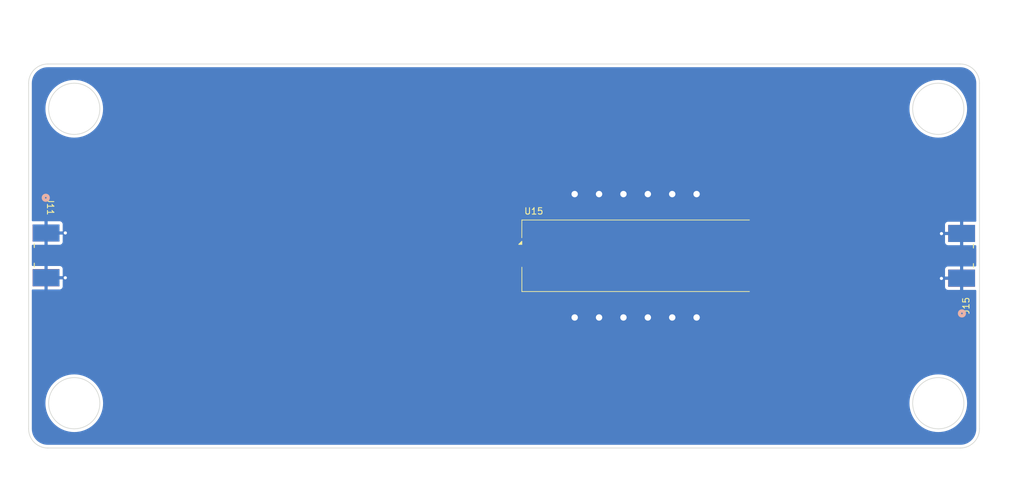
<source format=kicad_pcb>
(kicad_pcb (version 20240108) (generator "pcbnew") (generator_version "8.0")
  (title_block (title "RCA Telescope PCBs") (date "2025-03-30"))
  (layers (0 "F.Cu" signal) (31 "B.Cu" signal) (34 "B.Paste" user) (35 "F.Paste" user) (36 "B.SilkS" user "B.Silkscreen") (37 "F.SilkS" user "F.Silkscreen") (38 "B.Mask" user) (39 "F.Mask" user) (44 "Edge.Cuts" user))
  (net 0 "")
  (net 1 "/SMDFilter/SIGNAL_IN")
  (net 2 "/SMDFilter/SIGNAL_OUT")
  (net 3 "/SMDFilter/GND")
  (footprint "Library:CONN_142-0711-821_CIN" (layer "F.Cu") (at 201.542 77.67536 90)
    (property "Reference" "J15" (at -7.8 5.653 90) (layer "F.SilkS"))
    (property "Value" "ANT")
    (fp_circle (center -9 5) (end -8.619 5) (stroke (width 0.508)) (fill none) (layer "B.SilkS"))
    (fp_line (start 1.22174 6.7945) (end 1.82626 6.7945) (stroke (width 0.1524)) (layer "F.SilkS"))
    (fp_line (start -1.82626 6.7945) (end -1.22174 6.7945) (stroke (width 0.1524)) (layer "F.SilkS"))
    (pad "1" smd rect (at 0 4.953 90) (size 1.778 4.191) (layers "F.Cu" "F.Paste" "F.Mask") (net 2 "/SMDFilter/SIGNAL_OUT"))
    (pad "3" smd rect (at -3.4925 4.953 90) (size 2.667 4.191) (layers "F.Cu" "F.Paste" "F.Mask") (net 3 "/SMDFilter/GND"))
    (pad "4" smd rect (at -3.4925 4.953 90) (size 2.667 4.191) (layers "B.Cu" "B.Paste" "B.Mask") (net 3 "/SMDFilter/GND"))
    (pad "5" smd rect (at 3.4925 4.953 90) (size 2.667 4.191) (layers "F.Cu" "F.Paste" "F.Mask") (net 3 "/SMDFilter/GND"))
    (pad "6" smd rect (at 3.4925 4.953 90) (size 2.667 4.191) (layers "B.Cu" "B.Paste" "B.Mask") (net 3 "/SMDFilter/GND"))
  )
  (footprint "Library:CONN_142-0711-821_CIN" (layer "F.Cu") (at 68.398 77.60536 -90)
    (property "Reference" "J11" (at -7.59 4.283 -90) (layer "F.SilkS"))
    (property "Value" "ANT")
    (fp_circle (center -9 5) (end -8.619 5) (stroke (width 0.508)) (fill none) (layer "B.SilkS"))
    (fp_line (start -1.82626 6.7945) (end -1.22174 6.7945) (stroke (width 0.1524)) (layer "F.SilkS"))
    (fp_line (start 1.22174 6.7945) (end 1.82626 6.7945) (stroke (width 0.1524)) (layer "F.SilkS"))
    (pad "1" smd rect (at 0 4.953 270) (size 1.778 4.191) (layers "F.Cu" "F.Paste" "F.Mask") (net 1 "/SMDFilter/SIGNAL_IN"))
    (pad "3" smd rect (at -3.4925 4.953 270) (size 2.667 4.191) (layers "F.Cu" "F.Paste" "F.Mask") (net 3 "/SMDFilter/GND"))
    (pad "4" smd rect (at -3.4925 4.953 270) (size 2.667 4.191) (layers "B.Cu" "B.Paste" "B.Mask") (net 3 "/SMDFilter/GND"))
    (pad "5" smd rect (at 3.4925 4.953 270) (size 2.667 4.191) (layers "F.Cu" "F.Paste" "F.Mask") (net 3 "/SMDFilter/GND"))
    (pad "6" smd rect (at 3.4925 4.953 270) (size 2.667 4.191) (layers "B.Cu" "B.Paste" "B.Mask") (net 3 "/SMDFilter/GND"))
  )
  (footprint "Library:Kikit_Board_Label" (layer "F.Cu") (at 76.645 47.70536)
    (property "Reference" "SF")
    (property "Value" "Kikit_Board_Label")
  )
  (footprint "RF_Mini-Circuits:Mini-Circuits_HQ1157" (layer "F.Cu") (at 155.561 77.67 90)
    (property "Reference" "U15" (at 6.96464 -15.916 0) (layer "F.SilkS"))
    (property "Value" "BPF-A1340+")
    (fp_line (start 2.82 -17.79) (end 5.588 -17.78) (stroke (width 0.12)) (layer "F.SilkS"))
    (fp_line (start 5.588 -17.78) (end 5.588 17.78) (stroke (width 0.12)) (layer "F.SilkS"))
    (fp_line (start -5.588 -17.78) (end -1.778 -17.78) (stroke (width 0.12)) (layer "F.SilkS"))
    (fp_line (start -5.588 -17.78) (end -5.588 17.78) (stroke (width 0.12)) (layer "F.SilkS"))
    (fp_poly (pts (xy 1.778 -17.78) (xy 1.778 -18.28) (xy 2.278 -17.78) (xy 1.778 -17.78)) (stroke (width 0.12)) (fill solid) (layer "F.SilkS"))
    (pad "1" smd rect (at 0 -16.256) (size 3.048 2.54) (layers "F.Cu" "F.Paste" "F.Mask") (net 1 "/SMDFilter/SIGNAL_IN"))
    (pad "2" smd rect (at -3.6195 -9.525 180) (size 2.54 3.048) (layers "F.Cu" "F.Paste" "F.Mask") (net 3 "/SMDFilter/GND"))
    (pad "3" smd rect (at -3.6195 -5.715 180) (size 2.54 3.048) (layers "F.Cu" "F.Paste" "F.Mask") (net 3 "/SMDFilter/GND"))
    (pad "4" smd rect (at -3.6195 -1.905 180) (size 2.54 3.048) (layers "F.Cu" "F.Paste" "F.Mask") (net 3 "/SMDFilter/GND"))
    (pad "5" smd rect (at -3.6195 1.905 180) (size 2.54 3.048) (layers "F.Cu" "F.Paste" "F.Mask") (net 3 "/SMDFilter/GND"))
    (pad "6" smd rect (at -3.6195 5.715 180) (size 2.54 3.048) (layers "F.Cu" "F.Paste" "F.Mask") (net 3 "/SMDFilter/GND"))
    (pad "7" smd rect (at -3.6195 9.525 180) (size 2.54 3.048) (layers "F.Cu" "F.Paste" "F.Mask") (net 3 "/SMDFilter/GND"))
    (pad "8" smd rect (at 0 16.256) (size 3.048 2.54) (layers "F.Cu" "F.Paste" "F.Mask") (net 2 "/SMDFilter/SIGNAL_OUT"))
    (pad "9" smd rect (at 3.6195 9.525) (size 2.54 3.048) (layers "F.Cu" "F.Paste" "F.Mask") (net 3 "/SMDFilter/GND"))
    (pad "10" smd rect (at 3.6195 5.715) (size 2.54 3.048) (layers "F.Cu" "F.Paste" "F.Mask") (net 3 "/SMDFilter/GND"))
    (pad "11" smd rect (at 3.6195 1.905) (size 2.54 3.048) (layers "F.Cu" "F.Paste" "F.Mask") (net 3 "/SMDFilter/GND"))
    (pad "12" smd rect (at 3.6195 -1.905) (size 2.54 3.048) (layers "F.Cu" "F.Paste" "F.Mask") (net 3 "/SMDFilter/GND"))
    (pad "13" smd rect (at 3.6195 -5.715) (size 2.54 3.048) (layers "F.Cu" "F.Paste" "F.Mask") (net 3 "/SMDFilter/GND"))
    (pad "14" smd rect (at 3.6195 -9.525) (size 2.54 3.048) (layers "F.Cu" "F.Paste" "F.Mask") (net 3 "/SMDFilter/GND"))
  )
  (gr_rect (start 151.995 66.5295) (end 155.315 72.5295) (fill solid) (layer "F.Cu") (net 3))
  (gr_rect (start 148.186 82.8095) (end 151.506 88.8095) (fill solid) (layer "F.Cu") (net 3))
  (gr_rect (start 163.425 66.5295) (end 166.745 72.5295) (fill solid) (layer "F.Cu") (net 3))
  (gr_rect (start 148.185 66.5295) (end 151.505 72.5295) (fill solid) (layer "F.Cu") (net 3))
  (gr_poly (pts (xy 61.25168 78.60808) (xy 65.68144 79.22784) (xy 76.2453 79.22784) (xy 96.63388 79.22784) (xy 96.63388 80) (xy 137.78188 80) (xy 137.78188 75.13844) (xy 96.63388 75.13844) (xy 96.63388 75.9106) (xy 76.25038 75.9106) (xy 76.25038 75.90806) (xy 66.25294 75.90806) (xy 61.25168 76.60656)) (fill solid) (layer "F.Cu") (net 1))
  (gr_rect (start 159.616 82.8095) (end 162.936 88.8095) (fill solid) (layer "F.Cu") (net 3))
  (gr_rect (start 155.806 82.8095) (end 159.126 88.8095) (fill solid) (layer "F.Cu") (net 3))
  (gr_rect (start 144.376 82.8095) (end 147.696 88.8095) (fill solid) (layer "F.Cu") (net 3))
  (gr_rect (start 144.375 66.5295) (end 147.695 72.5295) (fill solid) (layer "F.Cu") (net 3))
  (gr_rect (start 163.426 82.8095) (end 166.746 88.8095) (fill solid) (layer "F.Cu") (net 3))
  (gr_poly (pts (xy 173.33674 79.33734) (xy 203.35446 79.33734) (xy 203.35446 79.33988) (xy 204.0428 79.33988) (xy 208.75704 78.67948) (xy 208.75704 76.67796) (xy 204.03264 76.01756) (xy 203.35446 76.01756) (xy 203.35446 76.0201) (xy 173.33674 76.0201)) (fill solid) (layer "F.Cu") (net 2))
  (gr_rect (start 155.805 66.5295) (end 159.125 72.5295) (fill solid) (layer "F.Cu") (net 3))
  (gr_rect (start 151.996 82.8095) (end 155.316 88.8095) (fill solid) (layer "F.Cu") (net 3))
  (gr_rect (start 159.615 66.5295) (end 162.935 72.5295) (fill solid) (layer "F.Cu") (net 3))
  (gr_circle (center 202.845 54.705359) (end 206.844999 54.705359) (stroke (width 0.1)) (fill none) (layer "Edge.Cuts"))
  (gr_arc (start 206.285 47.70536) (mid 208.40632 48.58404) (end 209.285 50.70536) (stroke (width 0.1)) (layer "Edge.Cuts"))
  (gr_circle (center 202.845 100.70536) (end 206.844999 100.70536) (stroke (width 0.1)) (fill none) (layer "Edge.Cuts"))
  (gr_arc (start 63.715 107.70536) (mid 61.59368 106.82668) (end 60.715 104.70536) (stroke (width 0.1)) (layer "Edge.Cuts"))
  (gr_line (start 60.715 104.70536) (end 60.715 50.70536) (stroke (width 0.1)) (layer "Edge.Cuts"))
  (gr_arc (start 60.715 50.70536) (mid 61.59368 48.58404) (end 63.715 47.70536) (stroke (width 0.1)) (layer "Edge.Cuts"))
  (gr_line (start 63.715 47.70536) (end 206.285 47.70536) (stroke (width 0.1)) (layer "Edge.Cuts"))
  (gr_circle (center 67.844999 100.70536) (end 71.844998 100.70536) (stroke (width 0.1)) (fill none) (layer "Edge.Cuts"))
  (gr_circle (center 67.844999 54.705359) (end 71.844998 54.705359) (stroke (width 0.1)) (fill none) (layer "Edge.Cuts"))
  (gr_line (start 209.285 50.70536) (end 209.285 104.70536) (stroke (width 0.1)) (layer "Edge.Cuts"))
  (gr_arc (start 209.285 104.70536) (mid 208.40632 106.82668) (end 206.285 107.70536) (stroke (width 0.1)) (layer "Edge.Cuts"))
  (gr_line (start 206.285 107.70536) (end 63.715 107.70536) (stroke (width 0.1)) (layer "Edge.Cuts"))
  (segment (start 63.5525 74.10536) (end 66.445 74.10536) (width 0.4) (layer "F.Cu") (net 3))
  (segment (start 206.2375 81.19786) (end 203.345 81.19786) (width 0.4) (layer "F.Cu") (net 3))
  (segment (start 63.545 81.11286) (end 66.4375 81.11286) (width 0.4) (layer "F.Cu") (net 3))
  (segment (start 206.245 74.19786) (end 203.3525 74.19786) (width 0.4) (layer "F.Cu") (net 3))
  (via (at 146.035 68.0295) (size 1.4) (drill 1) (layers "F.Cu" "B.Cu") (net 3))
  (via (at 165.085 68.0295) (size 1.4) (drill 1) (layers "F.Cu" "B.Cu") (net 3))
  (via (at 66.4525 74.09786) (size 0.8) (drill 0.5) (layers "F.Cu" "B.Cu") (net 3))
  (via (at 165.086 87.3095) (size 1.4) (drill 1) (layers "F.Cu" "B.Cu") (net 3))
  (via (at 203.3375 81.20536) (size 0.8) (drill 0.5) (layers "F.Cu" "B.Cu") (net 3))
  (via (at 149.846 87.3095) (size 1.4) (drill 1) (layers "F.Cu" "B.Cu") (net 3))
  (via (at 203.345 74.20536) (size 0.8) (drill 0.5) (layers "F.Cu" "B.Cu") (net 3))
  (via (at 149.845 68.0295) (size 1.4) (drill 1) (layers "F.Cu" "B.Cu") (net 3))
  (via (at 66.445 81.10536) (size 0.8) (drill 0.5) (layers "F.Cu" "B.Cu") (net 3))
  (via (at 161.275 68.0295) (size 1.4) (drill 1) (layers "F.Cu" "B.Cu") (net 3))
  (via (at 153.655 68.0295) (size 1.4) (drill 1) (layers "F.Cu" "B.Cu") (net 3))
  (via (at 153.656 87.3095) (size 1.4) (drill 1) (layers "F.Cu" "B.Cu") (net 3))
  (via (at 157.465 68.0295) (size 1.4) (drill 1) (layers "F.Cu" "B.Cu") (net 3))
  (via (at 161.276 87.3095) (size 1.4) (drill 1) (layers "F.Cu" "B.Cu") (net 3))
  (via (at 157.466 87.3095) (size 1.4) (drill 1) (layers "F.Cu" "B.Cu") (net 3))
  (via (at 146.036 87.3095) (size 1.4) (drill 1) (layers "F.Cu" "B.Cu") (net 3))
  (zone (net 3) (net_name "/SMDFilter/GND") (layer "B.Cu") (name "SMDFILTER_GND_FILL") (connect_pads (clearance 0.5)) (min_thickness 0.25) (fill yes (thermal_gap 0.5) (thermal_bridge_width 0.5) (island_removal_mode 1) (island_area_min 10))
    (polygon (pts (xy 56.245 37.70536) (xy 216.245 37.70536) (xy 216.245 112.70536) (xy 56.245 112.70536)))
  )
)
</source>
